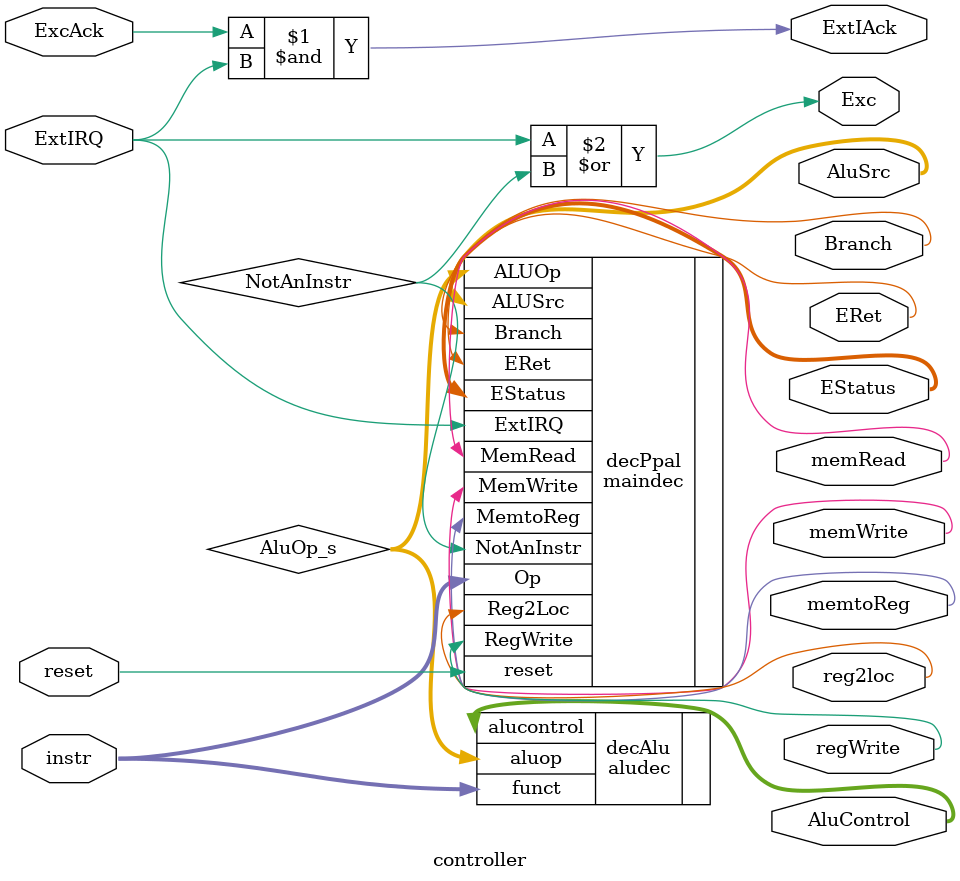
<source format=sv>

module controller(input logic [10:0] instr,
				  input logic reset, ExtIRQ, ExcAck,
				  output logic [3:0] AluControl,
				  output logic [1:0] AluSrc,
				  output logic memtoReg, reg2loc, regWrite, Branch, memRead, memWrite,
				  output logic [3:0] EStatus,
				  output logic ERet, Exc, ExtIAck);
											
	logic [1:0] AluOp_s;
	logic NotAnInstr;

	// ExtIAck must be ‘1’ when ExcAck = ‘1’ y ExtIRQ = ‘1’, if not it must be ‘0’
	// ExtIAck = External Interrupt Acknowledged
	assign ExtIAck = ExcAck & ExtIRQ;

	// Output Exc of #controller module must be the result of an OR operation
	// between input ExtIRQ intern signal NotAnInstr
	// This means that an excpetion will only ocurr by external request (ExtIRQ)
	// or by an invalid opcode (NotAnInstr)
	assign Exc = ExtIRQ | NotAnInstr;

	maindec 	decPpal 	(.Op(instr),
							.reset(reset),
							.ExtIRQ(ExtIRQ),
							.ALUSrc(AluSrc), 
							.ALUOp(AluOp_s),
							.EStatus(EStatus),
							.Reg2Loc(reg2loc), 
							.MemtoReg(memtoReg), 
							.RegWrite(regWrite), 
							.MemRead(memRead), 
							.MemWrite(memWrite), 
							.Branch(Branch),
							.ERet(ERet),
							.NotAnInstr(NotAnInstr));	
	
	aludec 	decAlu 	(.funct(instr), 
					.aluop(AluOp_s), 
					.alucontrol(AluControl));
			
endmodule

</source>
